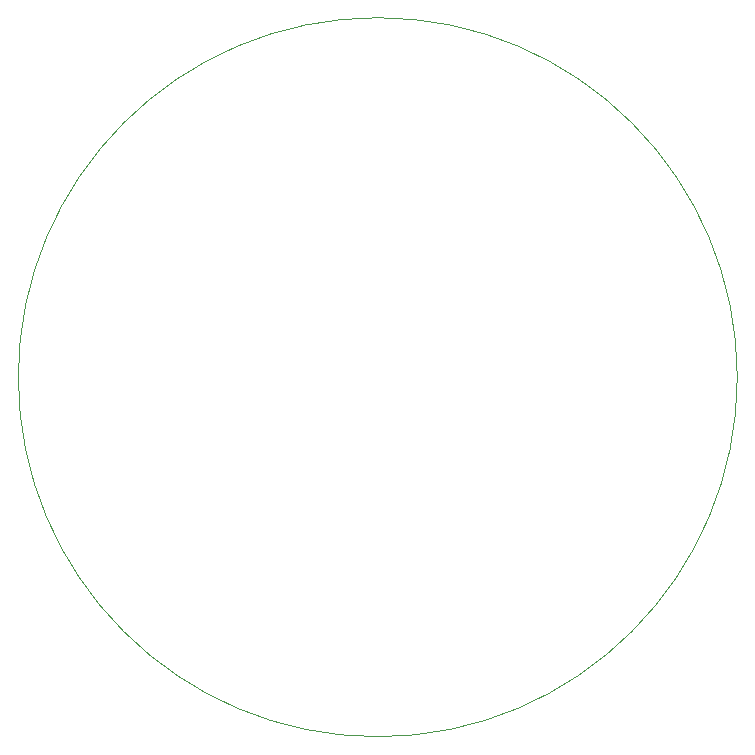
<source format=gbr>
%TF.GenerationSoftware,KiCad,Pcbnew,9.0.5*%
%TF.CreationDate,2025-11-04T10:45:24+05:30*%
%TF.ProjectId,digital_diya,64696769-7461-46c5-9f64-6979612e6b69,rev?*%
%TF.SameCoordinates,Original*%
%TF.FileFunction,Profile,NP*%
%FSLAX46Y46*%
G04 Gerber Fmt 4.6, Leading zero omitted, Abs format (unit mm)*
G04 Created by KiCad (PCBNEW 9.0.5) date 2025-11-04 10:45:24*
%MOMM*%
%LPD*%
G01*
G04 APERTURE LIST*
%TA.AperFunction,Profile*%
%ADD10C,0.050000*%
%TD*%
G04 APERTURE END LIST*
D10*
X174836789Y-75993526D02*
G75*
G02*
X113961211Y-75993526I-30437789J0D01*
G01*
X113961211Y-75993526D02*
G75*
G02*
X174836789Y-75993526I30437789J0D01*
G01*
M02*

</source>
